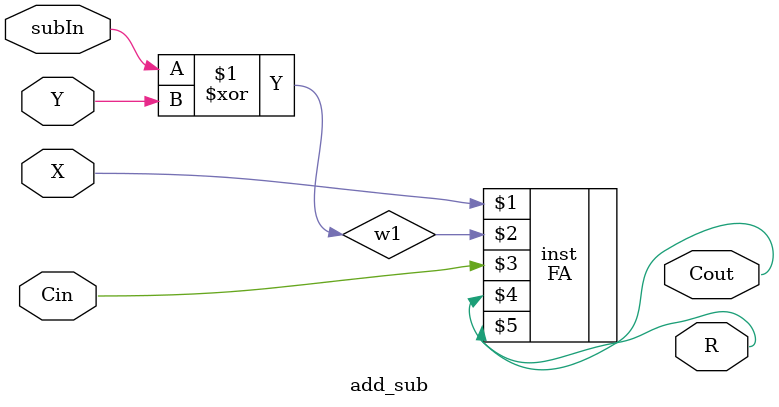
<source format=v>
`timescale 1ns / 1ps


module add_sub(X, Y, Cin, subIn, Cout, R);

    input X;
    input Y;
    input Cin;
    input subIn;
    output Cout;
    output R;

    wire w1;
    
    xor(w1, subIn, Y);
    
    FA inst (X, w1, Cin, Cout, R);

endmodule

</source>
